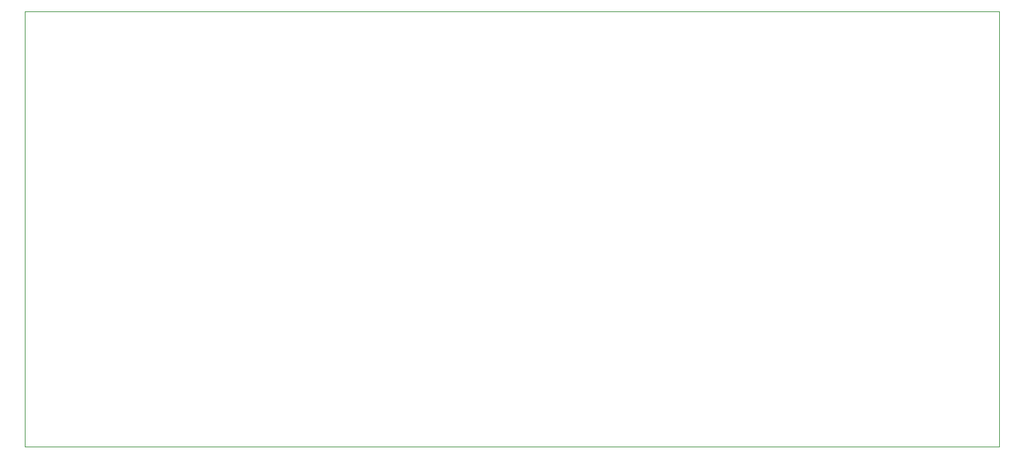
<source format=gbr>
%TF.GenerationSoftware,KiCad,Pcbnew,8.0.7*%
%TF.CreationDate,2025-01-31T21:54:53-05:00*%
%TF.ProjectId,filter_board,66696c74-6572-45f6-926f-6172642e6b69,rev?*%
%TF.SameCoordinates,Original*%
%TF.FileFunction,Profile,NP*%
%FSLAX46Y46*%
G04 Gerber Fmt 4.6, Leading zero omitted, Abs format (unit mm)*
G04 Created by KiCad (PCBNEW 8.0.7) date 2025-01-31 21:54:53*
%MOMM*%
%LPD*%
G01*
G04 APERTURE LIST*
%TA.AperFunction,Profile*%
%ADD10C,0.050000*%
%TD*%
G04 APERTURE END LIST*
D10*
X95000000Y-100000000D02*
X218000000Y-100000000D01*
X218000000Y-155000000D01*
X95000000Y-155000000D01*
X95000000Y-100000000D01*
M02*

</source>
